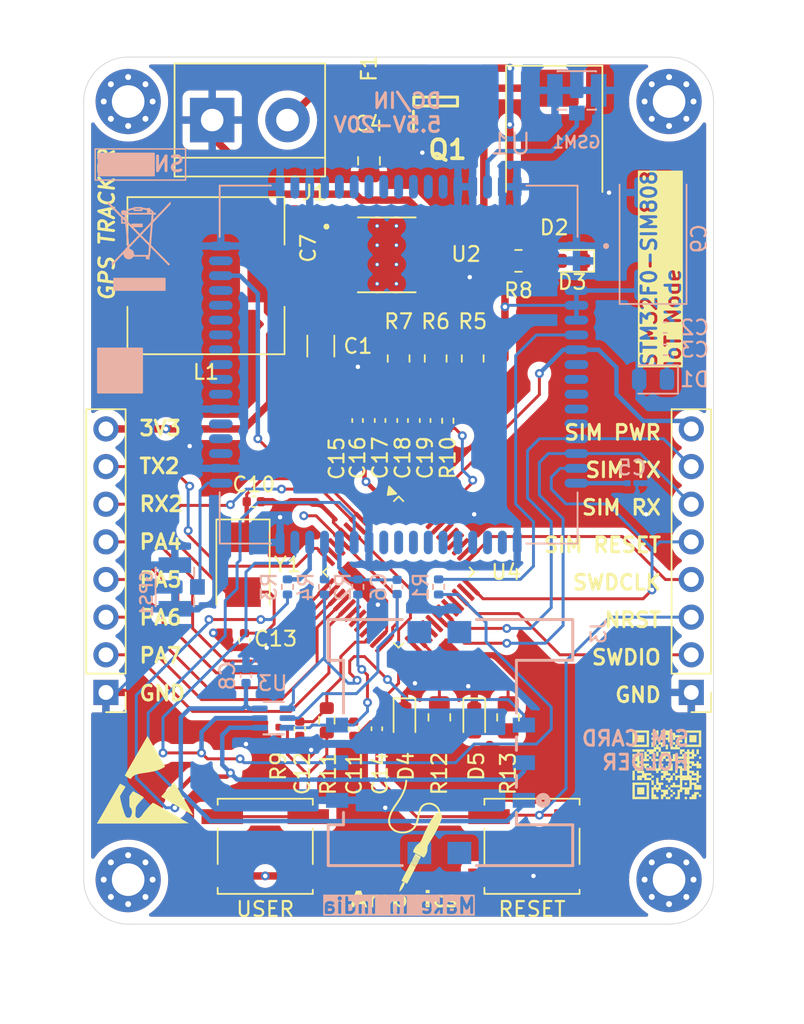
<source format=kicad_pcb>
(kicad_pcb (version 20240108) (generator "pcbnew") (generator_version "8.0")
  (layers (0 "F.Cu" signal) (1 "In1.Cu" signal) (2 "In2.Cu" signal) (31 "B.Cu" signal) (34 "B.Paste" user) (35 "F.Paste" user) (36 "B.SilkS" user "B.Silkscreen") (37 "F.SilkS" user "F.Silkscreen") (38 "B.Mask" user) (39 "F.Mask" user) (44 "Edge.Cuts" user))
  (net 0 "")
  (net 1 "+3.3V")
  (net 2 "GND")
  (net 3 "Net-(Q1-D)")
  (net 4 "Net-(U1-VRTC)")
  (net 5 "Net-(C6-Pad2)")
  (net 6 "SIM_DATA")
  (net 7 "Net-(D2-K)")
  (net 8 "Net-(U2-BOOT)")
  (net 9 "SIM_VDD")
  (net 10 "Net-(U4-PF0)")
  (net 11 "Net-(C11-Pad1)")
  (net 12 "Net-(U4-PB11)")
  (net 13 "Net-(U4-PF1)")
  (net 14 "NRST")
  (net 15 "Net-(D3-A)")
  (net 16 "Net-(D4-A)")
  (net 17 "Net-(D5-A)")
  (net 18 "+12V")
  (net 19 "GPS_ANT")
  (net 20 "GSM_ANT")
  (net 57 "USART2_TX")
  (net 58 "PA6{slash}SPI1_MISO")
  (net 59 "PA7{slash}SPI1_MOSI")
  (net 60 "PA5{slash}SPI1_CLK")
  (net 61 "USART2_RX")
  (net 62 "PA4")
  (net 66 "Net-(J3-I{slash}O)")
  (net 67 "SIM_DET")
  (net 68 "Net-(J3-CLK)")
  (net 70 "Net-(J3-RET)")
  (net 71 "SWDCLK")
  (net 72 "SIM_TX")
  (net 73 "SIM_RESET")
  (net 74 "SIM_RX")
  (net 75 "SIM_PWRKEY")
  (net 76 "SWDIO")
  (net 77 "Net-(Q1-S)")
  (net 78 "Net-(U1-VDD_EXT)")
  (net 79 "SIM_RST")
  (net 80 "SIM_CLK")
  (net 81 "FEEDBACK")
  (net 82 "Net-(R6-Pad2)")
  (net 83 "Net-(U4-BOOT0)")
  (net 84 "LED1")
  (net 85 "LED2")
  (net 106 "STATUS")
  (footprint "Capacitor_SMD:C_1206_3216Metric" (layer "F.Cu") (at 120.25 96.75 -90)
    (property "Reference" "C1")
    (property "Value" "100u")
  )
  (footprint "Resistor_SMD:R_0805_2012Metric" (layer "F.Cu") (at 133.5875 91)
    (property "Reference" "R8")
    (property "Value" "1K5")
  )
  (footprint "Connector_PinHeader_2.54mm:PinHeader_1x08_P2.54mm_Vertical" (layer "F.Cu") (at 145.25 120.12 180)
    (property "Reference" "J4" (hide yes))
    (property "Value" "RIGHT HEADER PINS")
  )
  (footprint "Resistor_SMD:R_0201_0603Metric" (layer "F.Cu") (at 117.386 122.78 -90)
    (property "Reference" "R9")
    (property "Value" "100K")
  )
  (footprint "LIB_AO3407A:SOT95P280X125-3N" (layer "F.Cu") (at 128 80.25 90)
    (property "Reference" "Q1")
    (property "Value" "AO3407A" (hide yes))
  )
  (footprint "Resistor_SMD:R_0805_2012Metric" (layer "F.Cu") (at 132.886 121.8 90)
    (property "Reference" "R13")
    (property "Value" "1k5")
  )
  (footprint "Capacitor_SMD:C_0402_1005Metric" (layer "F.Cu") (at 125.77 101.77 90)
    (property "Reference" "C18")
    (property "Value" "100n")
  )
  (footprint "Capacitor_SMD:C_0402_1005Metric" (layer "F.Cu") (at 122.73 101.77 90)
    (property "Reference" "C16")
    (property "Value" "100n")
  )
  (footprint "Capacitor_SMD:C_0805_2012Metric" (layer "F.Cu") (at 123.5 84.25 -90)
    (property "Reference" "C4")
    (property "Value" "10u")
  )
  (footprint "LED_SMD:LED_0603_1608Metric" (layer "F.Cu") (at 125.896 122 -90)
    (property "Reference" "D4")
    (property "Value" "LED")
  )
  (footprint "Inductor_SMD:L_10.4x10.4_H4.8" (layer "F.Cu") (at 112.5 92)
    (property "Reference" "L1")
    (property "Value" "15uH")
  )
  (footprint "Button_Switch_SMD:SW_Push_1P1T_NO_CK_KSC6xxJ" (layer "F.Cu") (at 134.5 130.5)
    (property "Reference" "RESET")
    (property "Value" "SW_Push")
  )
  (footprint "Capacitor_SMD:C_0402_1005Metric" (layer "F.Cu") (at 124.032 122.57 -90)
    (property "Reference" "C14")
    (property "Value" "100n")
  )
  (footprint "Fuse:Fuse_0402_1005Metric" (layer "F.Cu") (at 123.5 80 -90)
    (property "Reference" "F1")
    (property "Value" "Fuse 2.5A")
  )
  (footprint "Resistor_SMD:R_0603_1608Metric" (layer "F.Cu") (at 120.654 122 -90)
    (property "Reference" "R11")
    (property "Value" "1K")
  )
  (footprint "Resistor_SMD:R_0805_2012Metric" (layer "F.Cu") (at 130.5 97.5875 -90)
    (property "Reference" "R5")
    (property "Value" "8K2")
  )
  (footprint "Resistor_SMD:R_0805_2012Metric" (layer "F.Cu") (at 128 97.5875 -90)
    (property "Reference" "R6")
    (property "Value" "1K5")
  )
  (footprint "MountingHole:MountingHole_2.2mm_M2_Pad_Via" (layer "F.Cu") (at 107.25 132.75)
    (property "Reference" "H3" (hide yes))
    (property "Value" "MountingHole_Pad")
  )
  (footprint "Capacitor_SMD:C_0201_0603Metric" (layer "F.Cu") (at 119.4 88.4 90)
    (property "Reference" "C7")
    (property "Value" "10n")
  )
  (footprint "Resistor_SMD:R_0805_2012Metric" (layer "F.Cu") (at 125.5 97.5875 90)
    (property "Reference" "R7")
    (property "Value" "2K7")
  )
  (footprint "Symbol:ESD-Logo_6.6x6mm_SilkScreen" (layer "F.Cu") (at 108.4 126)
    (property "Reference" "REF**" (hide yes))
    (property "Value" "ESD-Logo_6.6x6mm_SilkScreen" (hide yes))
  )
  (footprint "LED_SMD:LED_0603_1608Metric" (layer "F.Cu") (at 137.2125 91 180)
    (property "Reference" "D3")
    (property "Value" "LED")
  )
  (footprint "qr.preety:ampnics_qr_6x6mm" (layer "F.Cu") (at 143.6 125)
    (property "Reference" "G***" (hide yes))
    (property "Value" "LOGO" (hide yes))
  )
  (footprint "Capacitor_SMD:C_0402_1005Metric" (layer "F.Cu") (at 118.83 122.57 -90)
    (property "Reference" "C12")
    (property "Value" "100n")
  )
  (footprint "Capacitor_SMD:C_0402_1005Metric" (layer "F.Cu") (at 124.25 101.77 90)
    (property "Reference" "C17")
    (property "Value" "100n")
  )
  (footprint "LED_SMD:LED_0603_1608Metric" (layer "F.Cu") (at 130.604 122 -90)
    (property "Reference" "D5")
    (property "Value" "LED")
  )
  (footprint "Button_Switch_SMD:SW_Push_1P1T_NO_CK_KSC6xxJ" (layer "F.Cu") (at 116.5 130.5)
    (property "Reference" "USER")
    (property "Value" "SW_Push")
  )
  (footprint "MountingHole:MountingHole_2.2mm_M2_Pad_Via" (layer "F.Cu") (at 143.75 80.25)
    (property "Reference" "H1" (hide yes))
    (property "Value" "MountingHole_Pad")
  )
  (footprint "MountingHole:MountingHole_2.2mm_M2_Pad_Via" (layer "F.Cu") (at 143.75 132.75)
    (property "Reference" "H2" (hide yes))
    (property "Value" "MountingHole_Pad")
  )
  (footprint "Diode_SMD:D_SMC" (layer "F.Cu") (at 136 82.75 -90)
    (property "Reference" "D2")
    (property "Value" "B340")
  )
  (footprint "TerminalBlock:TerminalBlock_bornier-2_P5.08mm" (layer "F.Cu") (at 112.92 81.5)
    (property "Reference" "J1")
    (property "Value" "Screw_Terminal_01x02")
  )
  (footprint "MountingHole:MountingHole_2.2mm_M2_Pad_Via" (layer "F.Cu") (at 107.25 80.25)
    (property "Reference" "H4" (hide yes))
    (property "Value" "MountingHole_Pad")
  )
  (footprint "TPS5430DDA:VREG_LM5017MR_NOPB" (layer "F.Cu") (at 124.7 90.595)
    (property "Reference" "U2")
    (property "Value" "TPS5430DDA")
  )
  (footprint "Capacitor_SMD:C_0201_0603Metric" (layer "F.Cu") (at 121.32 101.56 90)
    (property "Reference" "C15")
    (property "Value" "4u7")
  )
  (footprint "Package_QFP:LQFP-48_7x7mm_P0.5mm" (layer "F.Cu") (at 125.5 112 -45)
    (property "Reference" "U4")
    (property "Value" "STM32F030C8Tx")
  )
  (footprint "Capacitor_SMD:C_0402_1005Metric" (layer "F.Cu") (at 115.73 107.25)
    (property "Reference" "C10")
    (property "Value" "30p")
  )
  (footprint "Resistor_SMD:R_0402_1005Metric" (layer "F.Cu") (at 128.82 101.79 -90)
    (property "Reference" "R10")
    (property "Value" "10k")
  )
  (footprint "logo.preety:amplogoV1" (layer "F.Cu") (at 126.6 129.8)
    (property "Reference" "G***" (hide yes))
    (property "Value" "LOGO" (hide yes))
  )
  (footprint "Capacitor_SMD:C_0402_1005Metric" (layer "F.Cu") (at 122.478 122.57 -90)
    (property "Reference" "C11")
    (property "Value" "10p")
  )
  (footprint "Capacitor_SMD:C_0402_1005Metric" (layer "F.Cu") (at 115.1 116.6 -90)
    (property "Reference" "C13")
    (property "Value" "30p")
  )
  (footprint "Connector_PinHeader_2.54mm:PinHeader_1x08_P2.54mm_Vertical" (layer "F.Cu") (at 105.75 120.12 180)
    (property "Reference" "J2" (hide yes))
    (property "Value" "LEFT HEADER PINS")
  )
  (footprint "Resistor_SMD:R_0805_2012Metric" (layer "F.Cu") (at 128.25 121.8 90)
    (property "Reference" "R12")
    (property "Value" "1k5")
  )
  (footprint "Crystal:Crystal_SMD_5032-2Pin_5.0x3.2mm" (layer "F.Cu") (at 115 111.5 -90)
    (property "Reference" "Y1")
    (property "Value" "8MHz")
  )
  (footprint "Capacitor_SMD:C_0402_1005Metric" (layer "F.Cu") (at 127.29 101.77 90)
    (property "Reference" "C19")
    (property "Value" "100n")
  )
  (footprint "Diode_SMD:D_0805_2012Metric" (layer "B.Cu") (at 142.67 99 180)
    (property "Reference" "D1")
    (property "Value" "D_Zener")
  )
  (footprint "SMF05CT1G:SOT65P210X110-6N" (layer "B.Cu") (at 117.065 121.85 180)
    (property "Reference" "U3")
    (property "Value" "SMF05CT1G")
  )
  (footprint "U.FL-R-SMT-1:U.FL-R-SMT-1" (layer "B.Cu") (at 110.4 113 -90)
    (property "Reference" "GPS1")
    (property "Value" "U.FL-R-SMT-1")
  )
  (footprint "Capacitor_SMD:C_0402_1005Metric" (layer "B.Cu") (at 143.48 97 180)
    (property "Reference" "C3")
    (property "Value" "10p")
  )
  (footprint "Capacitor_SMD:C_0402_1005Metric" (layer "B.Cu") (at 125.4 113 -90)
    (property "Reference" "C6")
    (property "Value" "22p")
  )
  (footprint "Capacitor_Tantalum_SMD:CP_EIA-7343-15_Kemet-W" (layer "B.Cu") (at 142.67 89.5 90)
    (property "Reference" "C9")
    (property "Value" "220u")
  )
  (footprint "U.FL-R-SMT-1:U.FL-R-SMT-1" (layer "B.Cu") (at 137.525 79.5 180)
    (property "Reference" "GSM1")
    (property "Value" "U.FL-R-SMT-1")
  )
  (footprint "Capacitor_SMD:C_0402_1005Metric" (layer "B.Cu") (at 143.48 95.5 180)
    (property "Reference" "C2")
    (property "Value" "33p")
  )
  (footprint "Capacitor_SMD:C_0402_1005Metric" (layer "B.Cu") (at 115.2 119 -90)
    (property "Reference" "C8")
    (property "Value" "1u")
  )
  (footprint "Resistor_SMD:R_0402_1005Metric" (layer "B.Cu") (at 118 113 90)
    (property "Reference" "R3")
    (property "Value" "10k")
  )
  (footprint "Symbol:WEEE-Logo_4.2x6mm_SilkScreen" (layer "B.Cu") (at 108 90 180)
    (property "Reference" "REF**" (hide yes))
    (property "Value" "WEEE-Logo_4.2x6mm_SilkScreen" (hide yes))
  )
  (footprint "Resistor_SMD:R_0402_1005Metric" (layer "B.Cu") (at 128.2 113 90)
    (property "Reference" "R1")
    (property "Value" "4K7")
  )
  (footprint "SIM808:XCVR_SIM808" (layer "B.Cu") (at 125.5 98 180)
    (property "Reference" "U1")
    (property "Value" "SIM808")
  )
  (footprint "Resistor_SMD:R_0402_1005Metric" (layer "B.Cu") (at 122.75 113 90)
    (property "Reference" "R2")
    (property "Value" "10k")
  )
  (footprint "Resistor_SMD:R_0402_1005Metric" (layer "B.Cu") (at 120.5 113 90)
    (property "Reference" "R4")
    (property "Value" "10k")
  )
  (footprint "Capacitor_SMD:C_0201_0603Metric" (layer "B.Cu") (at 141.25 106 180)
    (property "Reference" "C5")
    (property "Value" "4u7")
  )
  (footprint "693010020611:693010020611" (layer "B.Cu") (at 129 123.5 90)
    (property "Reference" "J3")
    (property "Value" "693010020611")
    (property "VALUE" "693010020611" (hide yes))
  )
  (gr_rect (start 105.25 83.75) (end 109 85.25) (stroke (width 0.1)) (fill solid) (layer "B.SilkS"))
  (gr_rect (start 105.025 83.45) (end 111.125 85.55) (stroke (width 0.1)) (fill none) (layer "B.SilkS"))
  (gr_rect (start 105.2 96.9) (end 108.2 99.9) (stroke (width 0.1)) (fill solid) (layer "B.SilkS"))
  (gr_line (start 104.25 132.75) (end 104.25 80.25) (stroke (width 0.05)) (layer "Edge.Cuts"))
  (gr_arc (start 104.25 80.25) (mid 105.12868 78.12868) (end 107.25 77.25) (stroke (width 0.05)) (layer "Edge.Cuts"))
  (gr_line (start 143.75 135.75) (end 107.25 135.75) (stroke (width 0.05)) (layer "Edge.Cuts"))
  (gr_arc (start 146.75 132.75) (mid 145.87132 134.87132) (end 143.75 135.75) (stroke (width 0.05)) (layer "Edge.Cuts"))
  (gr_arc (start 107.25 135.75) (mid 105.12868 134.87132) (end 104.25 132.75) (stroke (width 0.05)) (layer "Edge.Cuts"))
  (gr_line (start 146.75 80.25) (end 146.75 132.75) (stroke (width 0.05)) (layer "Edge.Cuts"))
  (gr_arc (start 143.75 77.25) (mid 145.87132 78.12868) (end 146.75 80.25) (stroke (width 0.05)) (layer "Edge.Cuts"))
  (gr_line (start 107.25 77.25) (end 143.75 77.25) (stroke (width 0.05)) (layer "Edge.Cuts"))
  (gr_text "DC/IN \n5.5V-20V" (at 128.5 82.4 -0) (layer "B.SilkS") (effects (font (size 1 1) (thickness 0.2) (bold yes)) (justify left bottom mirror)))
  (gr_text "SIM CARD \nHOLDER" (at 145.201576 125.419306 -0) (layer "B.SilkS") (effects (font (size 1 1) (thickness 0.2) (bold yes)) (justify left bottom mirror)))
  (gr_text "Make In India" (at 130.8 135.1 -0) (layer "B.SilkS" knockout) (effects (font (size 1 1) (thickness 0.2) (bold yes)) (justify left bottom mirror)))
  (gr_text "SN" (at 111.125 85.05 -0) (layer "B.SilkS") (effects (font (size 1 1) (thickness 0.2) (bold yes)) (justify left bottom mirror)))
  (gr_text "SWDIO" (at 138.428572 118.342855 0) (layer "F.SilkS") (effects (font (size 1 1) (thickness 0.2) (bold yes)) (justify left bottom)))
  (gr_text "SIM TX" (at 138 105.7 0) (layer "F.SilkS") (effects (font (size 1 1) (thickness 0.2) (bold yes)) (justify left bottom)))
  (gr_text "PA6" (at 107.9 115.655 0) (layer "F.SilkS") (effects (font (size 1 1) (thickness 0.2) (bold yes)) (justify left bottom)))
  (gr_text "SIM RESET\n" (at 135.190476 110.757142 0) (layer "F.SilkS") (effects (font (size 1 1) (thickness 0.2) (bold yes)) (justify left bottom)))
  (gr_text "PA7" (at 107.9 118.21 0) (layer "F.SilkS") (effects (font (size 1 1) (thickness 0.2) (bold yes)) (justify left bottom)))
  (gr_text "STM32F0-SIM808 \nIoT Node" (at 144.6 98.3 90) (layer "F.SilkS" knockout) (effects (font (size 1 1) (thickness 0.2) (bold yes)) (justify left bottom)))
  (gr_text "PA4" (at 107.9 110.545 0) (layer "F.SilkS") (effects (font (size 1 1) (thickness 0.2) (bold yes)) (justify left bottom)))
  (gr_text "Ampnics" (at 122.2 134.8 0) (layer "F.SilkS") (effects (font (size 1.1 1.1) (thickness 0.22) (bold yes)) (justify left bottom)))
  (gr_text "PA5" (at 107.9 113.1 0) (layer "F.SilkS") (effects (font (size 1 1) (thickness 0.2) (bold yes)) (justify left bottom)))
  (gr_text "RX2" (at 107.9 107.99 0) (layer "F.SilkS") (effects (font (size 1 1) (thickness 0.2) (bold yes)) (justify left bottom)))
  (gr_text "TX2" (at 107.9 105.435 0) (layer "F.SilkS") (effects (font (size 1 1) (thickness 0.2) (bold yes)) (justify left bottom)))
  (gr_text "SIM PWR" (at 136.571429 103.171429 0) (layer "F.SilkS") (effects (font (size 1 1) (thickness 0.2) (bold yes)) (justify left bottom)))
  (gr_text "SIM RX" (at 137.761905 108.228571 0) (layer "F.SilkS") (effects (font (size 1 1) (thickness 0.2) (bold yes)) (justify left bottom)))
  (gr_text "GND" (at 140 120.871429 0) (layer "F.SilkS") (effects (font (size 1 1) (thickness 0.2) (bold yes)) (justify left bottom)))
  (gr_text "3V3" (at 107.9 102.88 0) (layer "F.SilkS") (effects (font (size 1 1) (thickness 0.2) (bold yes)) (justify left bottom)))
  (gr_text "SWDCLK\n" (at 137.142857 113.285713 0) (layer "F.SilkS") (effects (font (size 1 1) (thickness 0.2) (bold yes)) (justify left bottom)))
  (gr_text "GPS TRACKER" (at 106.4 93.8 90) (layer "F.SilkS") (effects (font (size 1 1) (thickness 0.2) (bold yes) (italic yes)) (justify left bottom)))
  (gr_text "GND" (at 107.9 120.765 0) (layer "F.SilkS") (effects (font (size 1 1) (thickness 0.2) (bold yes)) (justify left bottom)))
  (gr_text "NRST" (at 139.285714 115.814284 0) (layer "F.SilkS") (effects (font (size 1 1) (thickness 0.2) (bold yes)) (justify left bottom)))
  (segment (start 132.675 97.575) (end 132.675 94.1) (width 0.5) (layer "F.Cu") (net 1))
  (segment (start 125.4 113.667766) (end 121.672785 109.940551) (width 0.2) (layer "F.Cu") (net 1))
  (segment (start 119.932234 108.2) (end 121.672785 109.940551) (width 0.2) (layer "F.Cu") (net 1))
  (segment (start 124.501212 116.887876) (end 125.1 116.289088) (width 0.2) (layer "F.Cu") (net 1))
  (segment (start 125.1 115.734314) (end 125.4 115.434314) (width 0.2) (layer "F.Cu") (net 1))
  (segment (start 121.5 102.25) (end 122.73 102.25) (width 0.2) (layer "F.Cu") (net 1))
  (segment (start 125.1 116.289088) (end 125.1 115.734314) (width 0.2) (layer "F.Cu") (net 1))
  (segment (start 116.8 100.6) (end 116.8 96) (width 0.5) (layer "F.Cu") (net 1))
  (segment (start 123.3 105.9) (end 123.2 105.8) (width 0.3) (layer "F.Cu") (net 1))
  (segment (start 131.75 98.5) (end 132.675 97.575) (width 0.5) (layer "F.Cu") (net 1))
  (segment (start 123.2 105.8) (end 123.2 104.25) (width 0.3) (layer "F.Cu") (net 1))
  (segment (start 115.06 102.34) (end 116.8 100.6) (width 0.5) (layer "F.Cu") (net 1))
  (segment (start 124.501212 107.101212) (end 123.3 105.9) (width 0.3) (layer "F.Cu") (net 1))
  (segment (start 130.5 98.5) (end 131.75 98.5) (width 0.5) (layer "F.Cu") (net 1))
  (segment (start 124.501212 107.112124) (end 124.501212 107.101212) (width 0.3) (layer "F.Cu") (net 1))
  (segment (start 109.8 102.34) (end 115.06 102.34) (width 0.5) (layer "F.Cu") (net 1))
  (segment (start 132.675 94.1) (end 132.675 91) (width 0.5) (layer "F.Cu") (net 1))
  (segment (start 125.189088 107.8) (end 124.501212 107.112124) (width 0.3) (layer "F.Cu") (net 1))
  (segment (start 117.525 95.275) (end 116.65 94.4) (width 0.5) (layer "F.Cu") (net 1))
  (segment (start 121.2 102.25) (end 122.73 102.25) (width 0.5) (layer "F.Cu") (net 1))
  (segment (start 123.2 104.25) (end 121.2 102.25) (width 0.3) (layer "F.Cu") (net 1))
  (segment (start 126.498788 107.112124) (end 126.487876 107.112124) (width 0.3) (layer "F.Cu") (net 1))
  (segment (start 116.5 132.5) (end 119.4 132.5) (width 0.5) (layer "F.Cu") (net 1))
  (segment (start 116.8 100.6) (end 118.45 102.25) (width 0.5) (layer "F.Cu") (net 1))
  (segment (start 116.8 96) (end 117.525 95.275) (width 0.5) (layer "F.Cu") (net 1))
  (segment (start 125.4 115.434314) (end 125.4 113.667766) (width 0.2) (layer "F.Cu") (net 1))
  (segment (start 118.45 102.25) (end 121.2 102.25) (width 0.5) (layer "F.Cu") (net 1))
  (segment (start 126.487876 107.112124) (end 125.8 107.8) (width 0.3) (layer "F.Cu") (net 1))
  (segment (start 121.32 102.07) (end 121.5 102.25) (width 0.2) (layer "F.Cu") (net 1))
  (segment (start 125.8 107.8) (end 125.189088 107.8) (width 0.3) (layer "F.Cu") (net 1))
  (segment (start 105.75 102.34) (end 109.8 102.34) (width 0.5) (layer "F.Cu") (net 1))
  (segment (start 120.25 95.275) (end 117.525 95.275) (width 0.5) (layer "F.Cu") (net 1))
  (segment (start 113.6 132.5) (end 116.5 132.5) (width 0.5) (layer "F.Cu") (net 1))
  (segment (start 121.32 101.88) (end 121.32 102.07) (width 0.2) (layer "F.Cu") (net 1))
  (segment (start 119.1 108.2) (end 119.932234 108.2) (width 0.2) (layer "F.Cu") (net 1))
  (segment (start 116.65 94.4) (end 116.65 92) (width 0.5) (layer "F.Cu") (net 1))
  (segment (start 127.29 102.25) (end 122.73 102.25) (width 0.5) (layer "F.Cu") (net 1))
  (via (at 109.8 102.34) (size 0.6) (drill 0.3) (layers "F.Cu" "B.Cu") (net 1))
  (via (at 123.3 105.9) (size 0.6) (drill 0.3) (layers "F.Cu" "B.Cu") (net 1))
  (via (at 119.1 108.2) (size 0.6) (drill 0.3) (layers "F.Cu" "B.Cu") (net 1))
  (via (at 132.675 94.1) (size 0.6) (drill 0.3) (layers "F.Cu" "B.Cu") (net 1))
  (via (at 116.5 132.5) (size 0.6) (drill 0.3) (layers "F.Cu" "B.Cu") (net 1))
  (segment (start 137.5 94) (end 132.775 94) (width 0.2) (layer "B.Cu") (net 1))
  (segment (start 143.96 95.5) (end 143.96 95.04) (width 0.3) (layer "B.Cu") (net 1))
  (segment (start 137.5 95) (end 137.5 93) (width 0.3) (layer "B.Cu") (net 1))
  (segment (start 132.775 94) (end 132.675 94.1) (width 0.2) (layer "B.Cu") (net 1))
  (segment (start 143.6075 98.1125) (end 143.96 97.76) (width 0.3) (layer "B.Cu") (net 1))
  (segment (start 143.6075 99) (end 143.6075 98.1125) (width 0.3) (layer "B.Cu") (net 1))
  (segment (start 142.67 93.75) (end 142.67 92.6125) (width 0.3) (layer "B.Cu") (net 1))
  (segment (start 143.96 97.76) (end 143.96 97) (width 0.3) (layer "B.Cu") (net 1))
  (segment (start 142.2825 93) (end 142.67 92.6125) (width 0.3) (layer "B.Cu") (net 1))
  (segment (start 143.96 95.04) (end 142.67 93.75) (width 0.3) (layer "B.Cu") (net 1))
  (segment (start 137.5 93) (end 142.2825 93) (width 0.3) (layer "B.Cu") (net 1))
  (segment (start 143.96 97) (end 143.96 95.5) (width 0.3) (layer "B.Cu") (net 1))
  (segment (start 124.147658 116.534322) (end 124.692066 115.989914) (width 0.2) (layer "F.Cu") (net 2))
  (segment (start 121.32 101.24) (end 121.32 100.52) (width 0.3) (layer "F.Cu") (net 2))
  (segment (start 130.604 120.104) (end 130.2 119.7) (width 0.2) (layer "F.Cu") (net 2))
  (segment (start 127.6 104.9) (end 128.2 104.3) (width 0.2) (layer "F.Cu") (net 2))
  (segment (start 124.3 128.2) (end 124.6 127.9) (width 0.5) (layer "F.Cu") (net 2))
  (segment (start 112.92 81.5) (end 112.92 82.62) (width 0.5) (layer "F.Cu") (net 2))
  (segment (start 117.2 123.1) (end 116.5 123.8) (width 0.2) (layer "F.Cu") (net 2))
  (segment (start 138 88.15) (end 136 86.15) (width 0.5) (layer "F.Cu") (net 2))
  (segment (start 138 91) (end 138 88.15) (width 0.5) (layer "F.Cu") (net 2))
  (segment (start 128.2 104.3) (end 129.6 104.3) (width 0.2) (layer "F.Cu") (net 2))
  (segment (start 122.675 98.225) (end 120.25 98.225) (width 0.3) (layer "F.Cu") (net 2))
  (segment (start 116.5 123.8) (end 115.4 123.8) (width 0.2) (layer "F.Cu") (net 2))
  (segment (start 120.25 99.45) (end 120.25 98.225) (width 0.3) (layer "F.Cu") (net 2))
  (segment (start 127.05 83.85) (end 127.05 81.5) (width 0.3) (layer "F.Cu") (net 2))
  (segment (start 118.4 107.4) (end 120.2 107.4) (width 0.2) (layer "F.Cu") (net 2))
  (segment (start 115.5 85.2) (end 123.5 85.2) (width 0.5) (layer "F.Cu") (net 2))
  (segment (start 125.5 96.675) (end 124.225 96.675) (width 0.3) (layer "F.Cu") (net 2))
  (segment (start 121.32 101.24) (end 127.24 101.24) (width 0.3) (layer "F.Cu") (net 2))
  (segment (start 124.692066 115.989914) (end 124.692066 114.792066) (width 0.2) (layer "F.Cu") (net 2))
  (segment (start 119.6 124) (end 118.83 123.23) (width 0.2) (layer "F.Cu") (net 2))
  (segment (start 121.32 100.52) (end 120.25 99.45) (width 0.3) (layer "F.Cu") (net 2))
  (segment (start 117.5 108.3) (end 118.4 107.4) (width 0.2) (layer "F.Cu") (net 2))
  (segment (start 130.604 121.2125) (end 130.604 120.104) (width 0.2) (layer "F.Cu") (net 2))
  (segment (start 134.6 132.5) (end 137.4 132.5) (width 0.5) (layer "F.Cu") (net 2))
  (segment (start 122.65 123.05) (end 122.478 123.05) (width 0.2) (layer "F.Cu") (net 2))
  (segment (start 127.24 101.24) (end 127.29 101.29) (width 0.3) (layer "F.Cu") (net 2))
  (segment (start 122.026338 109.586998) (end 121.1 108.66066) (width 0.2) (layer "F.Cu") (net 2))
  (segment (start 131.6 132.5) (end 125.1 132.5) (width 0.5) (layer "F.Cu") (net 2))
  (segment (start 123.61 122.09) (end 122.65 123.05) (width 0.2) (layer "F.Cu") (net 2))
  (segment (start 127.3 101.28) (end 127.29 101.29) (width 0.3) (layer "F.Cu") (net 2))
  (segment (start 123.5 85.2) (end 125.7 85.2) (width 0.3) (layer "F.Cu") (net 2))
  (segment (start 127.4 91.23) (end 129.43 91.23) (width 0.5) (layer "F.Cu") (net 2))
  (segment (start 127.4 91.23) (end 126.183528 91.23) (width 0.5) (layer "F.Cu") (net 2))
  (segment (start 124.692066 114.792066) (end 124.1 114.2) (width 0.2) (layer "F.Cu") (net 2))
  (segment (start 139.45 86.15) (end 139.7 86.4) (width 0.5) (layer "F.Cu") (net 2))
  (segment (start 124.3 131.7) (end 124.3 128.2) (width 0.5) (layer "F.Cu") (net 2))
  (segment (start 129.6 104.3) (end 130.8 103.1) (width 0.2) (layer "F.Cu") (net 2))
  (segment (start 112.92 82.62) (end 115.5 85.2) (width 0.5) (layer "F.Cu") (net 2))
  (segment (start 136 86.15) (end 139.45 86.15) (width 0.5) (layer "F.Cu") (net 2))
  (segment (start 117.386 123.1) (end 117.2 123.1) (width 0.2) (layer "F.Cu") (net 2))
  (segment (start 120.2 107.4) (end 121.1 108.3) (width 0.2) (layer "F.Cu") (net 2))
  (segment (start 115.4 123.8) (end 115.2 123.6) (width 0.2) (layer "F.Cu") (net 2))
  (segment (start 124.225 96.675) (end 122.75 98.15) (width 0.3) (layer "F.Cu") (net 2))
  (segment (start 125.1 132.5) (end 124.3 131.7) (width 0.5) (layer "F.Cu") (net 2))
  (segment (start 128.82 101.28) (end 127.3 101.28) (width 0.3) (layer "F.Cu") (net 2))
  (segment (start 127.6 106.71802) (end 127.6 104.9) (width 0.2) (layer "F.Cu") (net 2))
  (segment (start 129.98 101.28) (end 128.82 101.28) (width 0.2) (layer "F.Cu") (net 2))
  (segment (start 125.548528 90.595) (end 124.7 90.595) (width 0.5) (layer "F.Cu") (net 2))
  (segment (start 131.6 132.5) (end 134.6 132.5) (width 0.5) (layer "F.Cu") (net 2))
  (segment (start 126.183528 91.23) (end 125.548528 90.595) (width 0.5) (layer "F.Cu") (net 2))
  (segment (start 125.896 121.2125) (end 125.896 120.204) (width 0.2) (layer "F.Cu") (net 2))
  (segment (start 115.1 117.08) (end 113.98 117.08) (width 0.2) (layer "F.Cu") (net 2))
  (segment (start 122.75 98.15) (end 122.675 98.225) (width 0.3) (layer "F.Cu") (net 2))
  (segment (start 121.1 108.66066) (end 121.1 108.3) (width 0.2) (layer "F.Cu") (net 2))
  (segment (start 130.8 103.1) (end 130.8 102.1) (width 0.2) (layer "F.Cu") (net 2))
  (segment (start 125.7 85.2) (end 127.05 83.85) (width 0.3) (layer "F.Cu") (net 2))
  (segment (start 129.43 91.23) (end 130.3 92.1) (width 0.5) (layer "F.Cu") (net 2))
  (segment (start 125.896 120.204) (end 126.6 119.5) (width 0.2) (layer "F.Cu") (net 2))
  (segment (start 113.98 117.08) (end 113 116.1) (width 0.2) (layer "F.Cu") (net 2))
  (segment (start 130.8 102.1) (end 129.98 101.28) (width 0.2) (layer "F.Cu") (net 2))
  (segment (start 118.83 123.23) (end 118.83 123.05) (width 0.2) (layer "F.Cu") (net 2))
  (segment (start 126.852342 107.465678) (end 127.6 106.71802) (width 0.2) (layer "F.Cu") (net 2))
  (segment (start 124.032 122.09) (end 123.61 122.09) (width 0.2) (layer "F.Cu") (net 2))
  (via (at 124.6 127.9) (size 0.6) (drill 0.3) (layers "F.Cu" "B.Cu") (net 2))
  (via (at 127.1 83.7) (size 0.6) (drill 0.3) (layers "F.Cu" "B.Cu") (net 2))
  (via (at 119.6 124) (size 0.6) (drill 0.3) (layers "F.Cu" "B.Cu") (net 2))
  (via (at 126.6 119.5) (size 0.6) (drill 0.3) (layers "F.Cu" "B.Cu") (net 2))
  (via (at 124.1 114.2) (size 0.6) (drill 0.3) (layers "F.Cu" "B.Cu") (net 2))
  (via (at 116.6 117.1) (size 0.6) (drill 0.3) (layers "F.Cu" "B.Cu") (net 2))
  (via (at 130.2 119.7) (size 0.6) (drill 0.3) (layers "F.Cu" "B.Cu") (net 2))
  (via (at 130.6 108.1) (size 0.6) (drill 0.3) (layers "F.Cu" "B.Cu") (net 2))
  (via (at 122.75 98.15) (size 0.6) (drill 0.3) (layers "F.Cu" "B.Cu") (net 2))
  (via (at 142.2 108.1) (size 0.6) (drill 0.3) (layers "F.Cu" "B.Cu") (net 2))
  (via (at 115.2 123.6) (size 0.6) (drill 0.3) (layers "F.Cu" "B.Cu") (net 2))
  (via (at 117.5 108.3) (size 0.6) (drill 0.3) (layers "F.Cu" "B.Cu") (net 2))
  (via (at 139.7 86.4) (size 0.6) (drill 0.3) (layers "F.Cu" "B.Cu") (net 2))
  (via (at 130.3 92.1) (size 0.6) (drill 0.3) (layers "F.Cu" "B.Cu") (net 2))
  (via (at 134.6 132.5) (size 0.6) (drill 0.3) (layers "F.Cu" "B.Cu") (net 2))
  (via (at 111.4 103.5) (size 0.6) (drill 0.3) (layers "F.Cu" "B.Cu") (net 2))
  (via (at 113 116.1) (size 0.6) (drill 0.3) (layers "F.Cu" "B.Cu") (net 2))
  (segment (start 129.5 86) (end 130.5 86) (width 0.2) (layer "B.Cu") (net 2))
  (segment (start 133.5 87.3) (end 133.5 86) (width 0.2) (layer "B.Cu") (net 2))
  (segment (start 139.7 86.4) (end 139 85.7) (width 0.2) (layer "B.Cu") (net 2))
  (segment (start 141.7325 99.8325) (end 142.5 100.6) (width 0.2) (layer "B.Cu") (net 2))
  (segment (start 133.5 109.1) (end 132.5 108.1) (width 0.2) (layer "B.Cu") (net 2))
  (segment (start 129.9 108.1) (end 127.4 105.6) (width 0.2) (layer "B.Cu") (net 2))
  (segment (start 137.5 88.6) (end 139.7 86.4) (width 0.2) (layer "B.Cu") (net 2))
  (segment (start 130.3 92.1) (end 129.5 91.3) (width 0.5) (layer "B.Cu") (net 2))
  (segment (start 133.4 90.6) (end 133.4 89) (width 0.2) (layer "B.Cu") (net 2))
  (segment (start 117.5 108.3) (end 117.5 108.2) (width 0.2) (layer "B.Cu") (net 2))
  (segment (start 105.75 120.12) (end 106.48 120.12) (width 0.2) (layer "B.Cu") (net 2))
  (segment (start 117.5 110) (end 117.5 108.3) (width 0.2) (layer "B.Cu") (net 2))
  (segment (start 134.8 92) (end 133.4 90.6) (width 0.2) (layer "B.Cu") (net 2))
  (segment (start 113.5 87.3) (end 114.8 86) (width 0.2) (layer "B.Cu") (net 2))
  (segment (start 145.2 100) (end 145.2 88.9175) (width 0.2) (layer "B.Cu") (net 2))
  (segment (start 116.6 117.1) (end 116.6 117.12) (width 0.2) (layer "B.Cu") (net 2))
  (segment (start 141.57 107.47) (end 142.2 108.1) (width 0.2) (layer "B.Cu") (net 2))
  (segment (start 141.7325 99) (end 141.7325 98.2675) (width 0.2) (layer "B.Cu") (net 2))
  (segment (start 142.5 100.6) (end 144.6 100.6) (width 0.2) (layer "B.Cu") (net 2))
  (segment (start 139 85.7) (end 139 79.5) (width 0.2) (layer "B.Cu") (net 2))
  (segment (start 129.5 91.3) (end 129.5 86) (width 0.5) (layer "B.Cu") (net 2))
  (segment (start 110.4 114.475) (end 110.4 111.525) (width 0.2) (layer "B.Cu") (net 2))
  (segment (start 137.5 92) (end 134.8 92) (width 0.2) (layer "B.Cu") (net 2))
  (segment (start 132.5 108.1) (end 130.6 108.1) (width 0.2) (layer "B.Cu") (net 2))
  (segment (start 132.6 88.2) (end 133.5 87.3) (width 0.2) (layer "B.Cu") (net 2))
  (segment (start 110.4 116.2) (end 110.4 114.475) (width 0.2) (layer "B.Cu") (net 2))
  (segment (start 111.4 103.5) (end 111.4 104.2) (width 0.2) (layer "B.Cu") (net 2))
  (segment (start 117.5 87.6) (end 117.5 86) (width 0.2) (layer "B.Cu") (net 2))
  (segment (start 137.5 90) (end 137.5 88.6) (width 0.2) (layer "B.Cu") (net 2))
  (segment (start 141.7325 99) (end 141.7325 99.8325) (width 0.2) (layer "B.Cu") (net 2))
  (segment (start 129 84.4) (end 128.3 83.7) (width 0.2) (layer "B.Cu") (net 2))
  (segment (start 128.3 83.7) (end 127.1 83.7) (width 0.2) (layer "B.Cu") (net 2))
  (segment (start 133.5 110) (end 133.5 109.1) (width 0.2) (layer "B.Cu") (net 2))
  (segment (start 132.5 86) (end 133.5 86) (width 0.2) (layer "B.Cu") (net 2))
  (segment (start 125.2 105.6) (end 123.5 107.3) (width 0.2) (layer "B.Cu") (net 2))
  (segment (start 119.1 87.9) (end 117.8 87.9) (width 0.2) (layer "B.Cu") (net 2))
  (segment (start 139 79.5) (end 136.05 79.5) (width 0.2) (layer "B.Cu") (net 2))
  (segment (start 129.5 86) (end 129.5 87.4) (width 0.2) (layer "B.Cu") (net 2))
  (segment (start 119.5 87.5) (end 119.1 87.9) (width 0.2) (layer "B.Cu") (net 2))
  (segment (start 145.2 88.9175) (end 142.67 86.3875) (width 0.2) (layer "B.Cu") (net 2))
  (segment (start 133.4 89) (end 132.6 88.2) (width 0.2) (layer "B.Cu") (net 2))
  (segment (start 127.4 105.6) (end 125.2 105.6) (width 0.2) (layer "B.Cu") (net 2))
  (segment (start 143 95.5) (end 143 97) (width 0.2) (layer "B.Cu") (net 2))
  (segment (start 124.3 127.9) (end 124.6 127.9) (width 0.2) (layer "B.Cu") (net 2))
  (segment (start 113.5 101) (end 111.8 101) (width 0.2) (layer "B.Cu") (net 2))
  (segment (start 141.7325 98.2675) (end 143 97) (width 0.2) (layer "B.Cu") (net 2))
  (segment (start 117.8 87.9) (end 117.5 87.6) (width 0.2) (layer "B.Cu") (net 2))
  (segment (start 130.3 88.2) (end 132.6 88.2) (width 0.2) (layer "B.Cu") (net 2))
  (segment (start 129.5 84.9) (end 129 84.4) (width 0.2) (layer "B.Cu") (net 2))
  (segment (start 129.5 86) (end 129.5 84.9) (width 0.2) (layer "B.Cu") (net 2))
  (segment (start 139.7125 86.3875) (end 139.7 86.4) (width 0.2) (layer "B.Cu") (net 2))
  (segment (start 142.67 86.3875) (end 139.7125 86.3875) (width 0.2) (layer "B.Cu") (net 2))
  (segment (start 111.8 101) (end 111.4 101.4) (width 0.2) (layer "B.Cu") (net 2))
  (segment (start 137.5 92) (end 137.5 90) (width 0.2) (layer "B.Cu") (net 2))
  (segment (start 141.57 106) (end 141.57 107.47) (width 0.2) (layer "B.Cu") (net 2))
  (segment (start 129.5 87.4) (end 130.3 88.2) (width 0.2) (layer "B.Cu") (net 2))
  (segment (start 106.48 120.12) (end 110.4 116.2) (width 0.2) (layer "B.Cu") (net 2))
  (segment (start 121.35 127.4) (end 123.8 127.4) (width 0.2) (layer "B.Cu") (net 2))
  (segment (start 111.4 101.4) (end 111.4 103.5) (width 0.2) (layer "B.Cu") (net 2))
  (segment (start 115.2 118.52) (end 116.6 117.12) (width 0.2) (layer "B.Cu") (net 2))
  (segment (start 123.8 127.4) (end 124.3 127.9) (width 0.2) (layer "B.Cu") (net 2))
  (segment (start 111.4 104.2) (end 112.2 105) (width 0.2) (layer "B.Cu") (net 2))
  (segment (start 119.5 86) (end 119.5 87.5) (width 0.2) (layer "B.Cu") (net 2))
  (segment (start 112.2 105) (end 113.5 105) (width 0.2) (layer "B.Cu") (net 2))
  (segment (start 113.5 90) (end 113.5 87.3) (width 0.2) (layer "B.Cu") (net 2))
  (segment (start 123.5 107.3) (end 123.5 110) (width 0.2) (layer "B.Cu") (net 2))
  (segment (start 130.6 108.1) (end 129.9 108.1) (width 0.2) (layer "B.Cu") (net 2))
  (segment (start 144.6 100.6) (end 145.2 100) (width 0.2) (layer "B.Cu") (net 2))
  (segment (start 114.8 86) (end 117.5 86) (width 0.2) (layer "B.Cu") (net 2))
  (segment (start 124.265 80.515) (end 124.265 80.485) (width 0.5) (layer "F.Cu") (net 3))
  (segment (start 123.5 83.3) (end 123.5 80.485) (width 0.5) (layer "F.Cu") (net 3))
  (segment (start 125.75 79) (end 124.265 80.485) (width 0.5) (layer "F.Cu") (net 3))
  (segment (start 124.265 80.485) (end 123.5 80.485) (width 0.5) (layer "F.Cu") (net 3))
  (segment (start 128 79) (end 125.75 79) (width 0.5) (layer "F.Cu") (net 3))
  (segment (start 140.93 106) (end 137.5 106) (width 0.3) (layer "B.Cu") (net 4))
  (segment (start 118.75 121.85) (end 120.4 120.2) (width 0.2) (layer "B.Cu") (net 5))
  (segment (start 120.4 120.2) (end 122.648529 120.2) (width 0.2) (layer "B.Cu") (net 5))
  (segment (start 122.648529 120.2) (end 124.1 118.748529) (width 0.2) (layer "B.Cu") (net 5))
  (segment (start 125.4 115.8) (end 125.4 113.48) (width 0.2) (layer "B.Cu") (net 5))
  (segment (start 118 121.85) (end 118.75 121.85) (width 0.2) (layer "B.Cu") (net 5))
  (segment (start 124.1 118.748529) (end 124.1 117.1) (width 0.2) (layer "B.Cu") (net 5))
  (segment (start 124.1 117.1) (end 125.4 115.8) (width 0.2) (layer "B.Cu") (net 5))
  (segment (start 122.29 112.49) (end 121.5 111.7) (width 0.3) (layer "B.Cu") (net 6))
  (segment (start 125.4 112.52) (end 122.78 112.52) (width 0.2) (layer "B.Cu") (net 6))
  (segment (start 122.78 112.52) (end 122.75 112.49) (width 0.2) (layer "B.Cu") (net 6))
  (segment (start 121.5 111.7) (end 121.5 110) (width 0.3) (layer "B.Cu") (net 6))
  (segment (start 122.75 112.49) (end 122.29 112.49) (width 0.3) (layer "B.Cu") (net 6))
  (segment (start 131.25 80) (end 131.9 79.35) (width 0.5) (layer "F.Cu") (net 7))
  (segment (start 127.4 88.69) (end 130.31 88.69) (width 0.5) (layer "F.Cu") (net 7))
  (segment (start 130.31 88.69) (end 131.25 87.75) (width 0.5) (layer "F.Cu") (net 7))
  (segment (start 122.578122 86.5) (end 122.978122 86.9) (width 0.5) (layer "F.Cu") (net 7))
  (segment (start 131.9 79.35) (end 136 79.35) (width 0.5) (layer "F.Cu") (net 7))
  (segment (start 119.8 86.5) (end 122.578122 86.5) (width 0.5) (layer "F.Cu") (net 7))
  (segment (start 127.4 88.15) (end 127.4 88.69) (width 0.5) (layer "F.Cu") (net 7))
  (segment (start 108.35 92) (end 108.35 89.15) (width 0.5) (layer "F.Cu") (net 7))
  (segment (start 111 86.5) (end 119.8 86.5) (width 0.5) (layer "F.Cu") (net 7))
  (segment (start 131.25 87.75) (end 131.25 80) (width 0.5) (layer "F.Cu") (net 7))
  (segment (start 108.35 89.15) (end 111 86.5) (width 0.5) (layer "F.Cu") (net 7))
  (segment (start 126.15 86.9) (end 127.4 88.15) (width 0.5) (layer "F.Cu") (net 7))
  (segment (start 119.4 86.9) (end 119.8 86.5) (width 0.2) (layer "F.Cu") (net 7))
  (segment (start 119.4 88.08) (end 119.4 86.9) (width 0.2) (layer "F.Cu") (net 7))
  (segment (start 122.978122 86.9) (end 126.15 86.9) (width 0.5) (layer "F.Cu") (net 7))
  (segment (start 121.97 88.72) (end 122 88.69) (width 0.2) (layer "F.Cu") (net 8))
  (segment (start 119.4 88.72) (end 121.97 88.72) (width 0.2) (layer "F.Cu") (net 8))
  (segment (start 122.5 110) (end 122.5 108.3) (width 0.2) (layer "B.Cu") (net 9))
  (segment (start 110.8 121.8) (end 111.4 121.2) (width 0.3) (layer "B.Cu") (net 9))
  (segment (start 113.8 116.3) (end 108.6 121.5) (width 0.2) (layer "B.Cu") (net 9))
  (segment (start 133.95 127.4) (end 133.95 127.65) (width 0.3) (layer "B.Cu") (net 9))
  (segment (start 115.4 121.2) (end 115.2 121) (width 0.3) (layer "B.Cu") (net 9))
  (segment (start 114.8 108.5) (end 114.8 111.2) (width 0.2) (layer "B.Cu") (net 9))
  (segment (start 116.13 121.2) (end 115.4 121.2) (width 0.3) (layer "B.Cu") (net 9))
  (segment (start 114.6 111.4) (end 114.6 113.125) (width 0.2) (layer "B.Cu") (net 9))
  (segment (start 133.95 127.65) (end 132.8 128.8) (width 0.3) (layer "B.Cu") (net 9))
  (segment (start 122.5 108.3) (end 121.5 107.3) (width 0.2) (layer "B.Cu") (net 9))
  (segment (start 111.4 121.2) (end 115 121.2) (width 0.3) (layer "B.Cu") (net 9))
  (segment (start 110.5 126.8) (end 110.8 126.8) (width 0.2) (layer "B.Cu") (net 9))
  (segment (start 115 121.2) (end 115.2 121) (width 0.3) (layer "B.Cu") (net 9))
  (segment (start 115.2 119.48) (end 115.2 121) (width 0.3) (layer "B.Cu") (net 9))
  (segment (start 110.8 126.8) (end 110.8 121.8) (width 0.3) (layer "B.Cu") (net 9))
  (segment (start 114.6 113.125) (end 113.8 113.925) (width 0.2) (layer "B.Cu") (net 9))
  (segment (start 113.8 113.925) (end 113.8 116.3) (width 0.2) (layer "B.Cu") (net 9))
  (segment (start 114.8 111.2) (end 114.6 111.4) (width 0.2) (layer "B.Cu") (net 9))
  (segment (start 112.8 128.8) (end 110.8 126.8) (width 0.3) (layer "B.Cu") (net 9))
  (segment (start 132.8 128.8) (end 112.8 128.8) (width 0.3) (layer "B.Cu") (net 9))
  (segment (start 108.6 124.9) (end 110.5 126.8) (width 0.2) (layer "B.Cu") (net 9))
  (segment (start 116 107.3) (end 114.8 108.5) (width 0.2) (layer "B.Cu") (net 9))
  (segment (start 108.6 121.5) (end 108.6 124.9) (width 0.2) (layer "B.Cu") (net 9))
  (segment (start 121.5 107.3) (end 116 107.3) (width 0.2) (layer "B.Cu") (net 9))
  (segment (start 120.26066 105.7) (end 116.3 105.7) (width 0.2) (layer "F.Cu") (net 10))
  (segment (start 116.3 105.7) (end 115.25 106.75) (width 0.2) (layer "F.Cu") (net 10))
  (segment (start 115.25 106.75) (end 115.25 107.25) (width 0.2) (layer "F.Cu") (net 10))
  (segment (start 115.25 107.25) (end 115.25 109.4) (width 0.3) (layer "F.Cu") (net 10))
  (segment (start 115.25 109.4) (end 115 109.65) (width 0.3) (layer "F.Cu") (net 10))
  (segment (start 123.086998 108.526338) (end 120.26066 105.7) (width 0.2) (layer "F.Cu") (net 10))
  (segment (start 120.775 122.825) (end 121.51 122.09) (width 0.2) (layer "F.Cu") (net 11))
  (segment (start 120.654 122.825) (end 120.775 122.825) (width 0.2) (layer "F.Cu") (net 11))
  (segment (start 118 124.3) (end 119.4 125.7) (width 0.2) (layer "F.Cu") (net 11))
  (segment (start 117.86 122.46) (end 118 122.6) (width 0.2) (layer "F.Cu") (net 11))
  (segment (start 120.654 124.346) (end 120.654 122.825) (width 0.2) (layer "F.Cu") (net 11))
  (segment (start 118 122.6) (end 118 124.3) (width 0.2) (layer "F.Cu") (net 11))
  (segment (start 119.4 125.6) (end 120.654 124.346) (width 0.2) (layer "F.Cu") (net 11))
  (segment (start 119.4 128.5) (end 119.4 125.6) (width 0.2) (layer "F.Cu") (net 11))
  (segment (start 113.6 128.5) (end 119.4 128.5) (width 0.2) (layer "F.Cu") (net 11))
  (segment (start 117.386 122.46) (end 117.86 122.46) (width 0.2) (layer "F.Cu") (net 11))
  (segment (start 121.51 122.09) (end 122.478 122.09) (width 0.2) (layer "F.Cu") (net 11))
  (segment (start 123.249698 116.725176) (end 122.574824 116.725176) (width 0.2) (layer "F.Cu") (net 12))
  (segment (start 118.83 122.09) (end 119.739 122.09) (width 0.2) (layer "F.Cu") (net 12))
  (segment (start 121.6 119.2) (end 120.654 120.146) (width 0.2) (layer "F.Cu") (net 12))
  (segment (start 121.6 117.7) (end 121.6 119.2) (width 0.2) (layer "F.Cu") (net 12))
  (segment (start 119.739 122.09) (end 120.654 121.175) (width 0.2) (layer "F.Cu") (net 12))
  (segment (start 122.574824 116.725176) (end 121.6 117.7) (width 0.2) (layer "F.Cu") (net 12))
  (segment (start 123.794105 116.180769) (end 123.249698 116.725176) (width 0.2) (layer "F.Cu") (net 12))
  (segment (start 120.654 120.146) (end 120.654 121.175) (width 0.2) (layer "F.Cu") (net 12))
  (segment (start 120.953554 107.1) (end 120.253554 106.4) (width 0.2) (layer "F.Cu") (net 13))
  (segment (start 117.1 115.5) (end 117.1 113.7) (width 0.2) (layer "F.Cu") (net 13))
  (segment (start 110 108.3) (end 110 108.5) (width 0.2) (layer "F.Cu") (net 13))
  (segment (start 110.8 107.5) (end 114.1 107.5) (width 0.2) (layer "F.Cu") (net 13))
  (segment (start 114.1 107.5) (end 114.15 107.45) (width 0.2) (layer "F.Cu") (net 13))
  (segment (start 110 109.5) (end 113.85 113.35) (width 0.2) (layer "F.Cu") (net 13))
  (segment (start 115.25 113.6) (end 115 113.35) (width 0.2) (layer "F.Cu") (net 13))
  (segment (start 113.85 113.35) (end 115 113.35) (width 0.2) (layer "F.Cu") (net 13))
  (segment (start 110.8 107.5) (end 110 108.3) (width 0.2) (layer "F.Cu") (net 13))
  (segment (start 115.1 116.12) (end 116.48 116.12) (width 0.2) (layer "F.Cu") (net 13))
  (segment (start 120.253554 106.4) (end 117.6 106.4) (width 0.2) (layer "F.Cu") (net 13))
  (segment (start 117.1 113.7) (end 116.75 113.35) (width 0.2) (layer "F.Cu") (net 13))
  (segment (start 116.75 113.35) (end 115 113.35) (width 0.2) (layer "F.Cu") (net 13))
  (segment (start 122.733445 108.879891) (end 120.953554 107.1) (width 0.2) (layer "F.Cu") (net 13))
  (segment (start 116.48 116.12) (end 117.1 115.5) (width 0.2) (layer "F.Cu") (net 13))
  (segment (start 110 108.5) (end 110 109.5) (width 0.2) (layer "F.Cu") (net 13))
  (via (at 114.15 107.45) (size 0.6) (drill 0.3) (layers "F.Cu" "B.Cu") (net 13))
  (via (at 117.6 106.4) (size 0.6) (drill 0.3) (layers "F.Cu" "B.Cu") (net 13))
  (segment (start 117.6 106.4) (end 115.2 106.4) (width 0.2) (layer "B.Cu") (net 13))
  (segment (start 115.2 106.4) (end 114.15 107.45) (width 0.2) (layer "B.Cu") (net 13))
  (segment (start 114.15 107.45) (end 114.1 107.5) (width 0.2) (layer "B.Cu") (net 13))
  (segment (start 122.379891 109.233445) (end 126.3 113.153554) (width 0.2) (layer "F.Cu") (net 14))
  (segment (start 131.7 128.4) (end 131.6 128.5) (width 0.2) (layer "F.Cu") (net 14))
  (segment (start 126.3 115.1) (end 125.5 115.9) (width 0.2) (layer "F.Cu") (net 14))
  (segment (start 124.8 122.282) (end 124.032 123.05) (width 0.2) (layer "F.Cu") (net 14))
  (segment (start 137.3 128.4) (end 131.7 128.4) (width 0.2) (layer "F.Cu") (net 14))
  (segment (start 124.8 120.2) (end 124.8 122.282) (width 0.2) (layer "F.Cu") (net 14))
  (segment (start 124.032 125.832) (end 126.7 128.5) (width 0.2) (layer "F.Cu") (net 14))
  (segment (start 126.7 128.5) (end 131.6 128.5) (width 0.2) (layer "F.Cu") (net 14))
  (segment (start 124.032 123.05) (end 124.032 125.832) (width 0.2) (layer "F.Cu") (net 14))
  (segment (start 125.5 119.5) (end 124.8 120.2) (width 0.2) (layer "F.Cu") (net 14))
  (segment (start 126.3 113.153554) (end 126.3 115.1) (width 0.2) (layer "F.Cu") (net 14))
  (segment (start 137.4 128.5) (end 137.3 128.4) (width 0.2) (layer "F.Cu") (net 14))
  (segment (start 125.5 115.9) (end 125.5 119.5) (width 0.2) (layer "F.Cu") (net 14))
  (via (at 135 128.4) (size 0.6) (drill 0.3) (layers "F.Cu" "B.Cu") (net 14))
  (segment (start 145.25 115.04) (end 139.76 115.04) (width 0.2) (layer "B.Cu") (net 14))
  (segment (start 136.8 118) (end 136.8 126.6) (width 0.2) (layer "B.Cu") (net 14))
  (segment (start 136.8 126.6) (end 135 128.4) (width 0.2) (layer "B.Cu") (net 14))
  (segment (start 139.76 115.04) (end 136.8 118) (width 0.2) (layer "B.Cu") (net 14))
  (segment (start 136.425 91) (end 134.5 91) (width 0.5) (layer "F.Cu") (net 15))
  (segment (start 128.175 122.7875) (end 128.25 122.7125) (width 0.2) (layer "F.Cu") (net 16))
  (segment (start 125.896 122.7875) (end 128.175 122.7875) (width 0.2) (layer "F.Cu") (net 16))
  (segment (start 130.604 122.7875) (end 132.811 122.7875) (width 0.2) (layer "F.Cu") (net 17))
  (segment (start 132.811 122.7875) (end 132.886 122.7125) (width 0.2) (layer "F.Cu") (net 17))
  (segment (start 119.985 79.515) (end 118 81.5) (width 0.5) (layer "F.Cu") (net 18))
  (segment (start 123.5 79.515) (end 119.985 79.515) (width 0.5) (layer "F.Cu") (net 18))
  (segment (start 111.925 113) (end 112.1 112.825) (width 0.2) (layer "B.Cu") (net 19))
  (segment (start 112.1 112.825) (end 112.1 106.5) (width 0.2) (layer "B.Cu") (net 19))
  (segment (start 112.1 106.5) (end 112.6 106) (width 0.2) (layer "B.Cu") (net 19))
  (segment (start 112.6 106) (end 113.5 106) (width 0.2) (layer "B.Cu") (net 19))
  (segment (start 131.5 86) (end 131.5 84.3) (width 0.3) (layer "B.Cu") (net 20))
  (segment (start 132.2 83.6) (end 135.8 83.6) (width 0.3) (layer "B.Cu") (net 20))
  (segment (start 137.525 81.875) (end 137.525 81.025) (width 0.3) (layer "B.Cu") (net 20))
  (segment (start 131.5 84.3) (end 132.2 83.6) (width 0.3) (layer "B.Cu") (net 20))
  (segment (start 135.8 83.6) (end 137.525 81.875) (width 0.3) (layer "B.Cu") (net 20))
  (segment (start 119.8 110.4) (end 120.010912 110.4) (width 0.2) (layer "F.Cu") (net 57))
  (segment (start 111.3 109.2) (end 111.3 109.1) (width 0.2) (layer "F.Cu") (net 57))
  (segment (start 111.3 109.5) (end 111.3 109.2) (width 0.2) (layer "F.Cu") (net 57))
  (segment (start 111.6 109.8) (end 113.4 111.6) (width 0.2) (layer "F.Cu") (net 57))
  (segment (start 118.6 111.6) (end 119.8 110.4) (width 0.2) (layer "F.Cu") (net 57))
  (segment (start 105.75 104.88) (end 110.08 104.88) (width 0.2) (layer "F.Cu") (net 57))
  (segment (start 120.010912 110.4) (end 120.612124 111.001212) (width 0.2) (layer "F.Cu") (net 57))
  (segment (start 111.6 109.8) (end 111.3 109.5) (width 0.2) (layer "F.Cu") (net 57))
  (segment (start 110.08 104.88) (end 111.4 106.2) (width 0.2) (layer "F.Cu") (net 57))
  (segment (start 113.4 111.6) (end 118.6 111.6) (width 0.2) (layer "F.Cu") (net 57))
  (via (at 111.4 106.2) (size 0.6) (drill 0.3) (layers "F.Cu" "B.Cu") (net 57))
  (via (at 111.3 109.2) (size 0.6) (drill 0.3) (layers "F.Cu" "B.Cu") (net 57))
  (segment (start 111.3 106.3) (end 111.4 106.2) (width 0.2) (layer "B.Cu") (net 57))
  (segment (start 111.3 109.2) (end 111.3 106.3) (width 0.2) (layer "B.Cu") (net 57))
  (segment (start 107.84 115.04) (end 108.4 115.6) (width 0.2) (layer "F.Cu") (net 58))
  (segment (start 108.4 115.6) (end 108.4 116.8) (width 0.2) (layer "F.Cu") (net 58))
  (segment (start 120 115.732234) (end 121.672785 114.059449) (width 0.2) (layer "F.Cu") (net 58))
  (segment (start 120 118.2) (end 120 115.732234) (width 0.2) (layer "F.Cu") (net 58))
  (segment (start 112.2 120.6) (end 117.6 120.6) (width 0.2) (layer "F.Cu") (net 58))
  (segment (start 117.6 120.6) (end 120 118.2) (width 0.2) (layer "F.Cu") (net 58))
  (segment (start 108.4 116.8) (end 112.2 120.6) (width 0.2) (layer "F.Cu") (net 58))
  (segment (start 105.75 115.04) (end 107.84 115.04) (width 0.2) (layer "F.Cu") (net 58))
  (segment (start 120.8 118.8) (end 120.8 115.63934) (width 0.2) (layer "F.Cu") (net 59))
  (segment (start 118.2 121.4) (end 120.8 118.8) (width 0.2) (layer "F.Cu") (net 59))
  (segment (start 107.78 117.58) (end 111.6 121.4) (width 0.2) (layer "F.Cu") (net 59))
  (segment (start 111.6 121.4) (end 118.2 121.4) (width 0.2) (layer "F.Cu") (net 59))
  (segment (start 105.75 117.58) (end 107.78 117.58) (width 0.2) (layer "F.Cu") (net 59))
  (segment (start 120.8 115.63934) (end 122.026338 114.413002) (width 0.2) (layer "F.Cu") (net 59))
  (segment (start 117.2 119.8) (end 119.2 117.8) (width 0.2) (layer "F.Cu") (net 60))
  (segment (start 119.2 115.825126) (end 121.319231 113.705895) (width 0.2) (layer "F.Cu") (net 60))
  (segment (start 112.6 119.8) (end 117.2 119.8) (width 0.2) (layer "F.Cu") (net 60))
  (segment (start 109.6 114.9) (end 109.6 116.8) (width 0.2) (layer "F.Cu") (net 60))
  (segment (start 107.2 112.5) (end 109.6 114.9) (width 0.2) (layer "F.Cu") (net 60))
  (segment (start 119.2 117.8) (end 119.2 115.825126) (width 0.2) (layer "F.Cu") (net 60))
  (segment (start 109.6 116.8) (end 112.6 119.8) (width 0.2) (layer "F.Cu") (net 60))
  (segment (start 105.75 112.5) (end 107.2 112.5) (width 0.2) (layer "F.Cu") (net 60))
  (segment (start 111.6 112.4) (end 109 109.8) (width 0.2) (layer "F.Cu") (net 61))
  (segment (start 120.612124 112.998788) (end 117.8 115.810912) (width 0.2) (layer "F.Cu") (net 61))
  (segment (start 117.8 115.810912) (end 117.8 117.1) (width 0.2) (layer "F.Cu") (net 61))
  (segment (start 107.42 107.42) (end 105.75 107.42) (width 0.2) (layer "F.Cu") (net 61))
  (segment (start 113.8 118) (end 111.6 115.8) (width 0.2) (layer "F.Cu") (net 61))
  (segment (start 116.9 118) (end 113.8 118) (width 0.2) (layer "F.Cu") (net 61))
  (segment (start 117.8 117.1) (end 116.9 118) (width 0.2) (layer "F.Cu") (net 61))
  (segment (start 111.6 115.8) (end 111.6 112.4) (width 0.2) (layer "F.Cu") (net 61))
  (segment (start 109 109.8) (end 109 109) (width 0.2) (layer "F.Cu") (net 61))
  (segment (start 109 109) (end 107.42 107.42) (width 0.2) (layer "F.Cu") (net 61))
  (segment (start 120.965678 113.352342) (end 118.5 115.81802) (width 0.2) (layer "F.Cu") (net 62))
  (segment (start 117.1 118.8) (end 113.2 118.8) (width 0.2) (layer "F.Cu") (net 62))
  (segment (start 118.5 115.81802) (end 118.5 117.4) (width 0.2) (layer "F.Cu") (net 62))
  (segment (start 113.2 118.8) (end 110.6 116.2) (width 0.2) (layer "F.Cu") (net 62))
  (segment (start 110.6 116.2) (end 110.6 113.5) (width 0.2) (layer "F.Cu") (net 62))
  (segment (start 118.5 117.4) (end 117.1 118.8) (width 0.2) (layer "F.Cu") (net 62))
  (segment (start 107.06 109.96) (end 105.75 109.96) (width 0.2) (layer "F.Cu") (net 62))
  (segment (start 110.6 113.5) (end 107.06 109.96) (width 0.2) (layer "F.Cu") (net 62))
  (segment (start 123.015136 118.564682) (end 123.4 118.949546) (width 0.2) (layer "F.Cu") (net 66))
  (segment (start 123.4 118.949546) (end 123.4 120.8) (width 0.2) (layer "F.Cu") (net 66))
  (via (at 123.4 120.8) (size 0.6) (drill 0.3) (layers "F.Cu" "B.Cu") (net 66))
  (via (at 123.015136 118.564682) (size 0.6) (drill 0.3) (layers "F.Cu" "B.Cu") (net 66))
  (segment (start 123.4 121.4) (end 122.48 122.32) (width 0.2) (layer "B.Cu") (net 66))
  (segment (start 122.75 118.299546) (end 122.75 113.51) (width 0.2) (layer "B.Cu") (net 66))
  (segment (start 121.35 122.32) (end 121.17 122.5) (width 0.2) (layer "B.Cu") (net 66))
  (segment (start 121.35 122.32) (end 119.68 122.32) (width 0.2) (layer "B.Cu") (net 66))
  (segment (start 119.5 122.5) (end 118 122.5) (width 0.2) (layer "B.Cu") (net 66))
  (segment (start 123.4 120.8) (end 123.4 121.4) (width 0.2) (layer "B.Cu") (net 66))
  (segment (start 122.48 122.32) (end 121.35 122.32) (width 0.2) (layer "B.Cu") (net 66))
  (segment (start 123.015136 118.564682) (end 122.75 118.299546) (width 0.2) (layer "B.Cu") (net 66))
  (segment (start 119.68 122.32) (end 119.5 122.5) (width 0.2) (layer "B.Cu") (net 66))
  (segment (start 112.6 124.6) (end 114.8 124.6) (width 0.2) (layer "F.Cu") (net 67))
  (segment (start 109.6 124.2) (end 112.2 124.2) (width 0.2) (layer "F.Cu") (net 67))
  (segment (start 112.2 124.2) (end 112.6 124.6) (width 0.2) (layer "F.Cu") (net 67))
  (via (at 114.8 124.6) (size 0.6) (drill 0.3) (layers "F.Cu" "B.Cu") (net 67))
  (via (at 109.6 124.2) (size 0.6) (drill 0.3) (layers "F.Cu" "B.Cu") (net 67))
  (via (at 112.2 124.2) (size 0.6) (drill 0.3) (layers "F.Cu" "B.Cu") (net 67))
  (segment (start 113.15 121.85) (end 112.6 122.4) (width 0.3) (layer "B.Cu") (net 67))
  (segment (start 131.4 116.7) (end 135.8 121.1) (width 0.2) (layer "B.Cu") (net 67))
  (segment (start 116.13 121.85) (end 113.15 121.85) (width 0.3) (layer "B.Cu") (net 67))
  (segment (start 131.4 115.4) (end 131.4 116.7) (width 0.2) (layer "B.Cu") (net 67))
  (segment (start 115.06 124.86) (end 121.35 124.86) (width 0.2) (layer "B.Cu") (net 67))
  (segment (start 130.6 123.6) (end 129.34 124.86) (width 0.2) (layer "B.Cu") (net 67))
  (segment (start 134.8 123.6) (end 130.6 123.6) (width 0.2) (layer "B.Cu") (net 67))
  (segment (start 118.5 110) (end 118.5 110.9) (width 0.2) (layer "B.Cu") (net 67))
  (segment (start 118 111.4) (end 115.8 111.4) (width 0.2) (layer "B.Cu") (net 67))
  (segment (start 112.6 122.4) (end 112.2 122.8) (width 0.3) (layer "B.Cu") (net 67))
  (segment (start 118.5 110.9) (end 118 111.4) (width 0.2) (layer "B.Cu") (net 67))
  (segment (start 115.8 111.4) (end 115.2 112) (width 0.2) (layer "B.Cu") (net 67))
  (segment (start 135.8 122.6) (end 134.8 123.6) (width 0.2) (layer "B.Cu") (net 67))
  (segment (start 114.8 124.6) (end 115.06 124.86) (width 0.2) (layer "B.Cu") (net 67))
  (segment (start 112.2 122.8) (end 112.2 124.2) (width 0.3) (layer "B.Cu") (net 67))
  (segment (start 129.34 124.86) (end 121.35 124.86) (width 0.2) (layer "B.Cu") (net 67))
  (segment (start 129.51 113.51) (end 131.4 115.4) (width 0.2) (layer "B.Cu") (net 67))
  (segment (start 115.2 116.2) (end 109.6 121.8) (width 0.2) (layer "B.Cu") (net 67))
  (segment (start 109.6 121.8) (end 109.6 124.2) (width 0.2) (layer "B.Cu") (net 67))
  (segment (start 115.2 112) (end 115.2 116.2) (width 0.2) (layer "B.Cu") (net 67))
  (segment (start 135.8 121.1) (end 135.8 122.6) (width 0.2) (layer "B.Cu") (net 67))
  (segment (start 128.2 113.51) (end 129.51 113.51) (width 0.2) (layer "B.Cu") (net 67))
  (segment (start 122.7 119.3) (end 122.2 118.8) (width 0.2) (layer "F.Cu") (net 68))
  (segment (start 122.5 117.7) (end 123.2 117.7) (width 0.2) (layer "F.Cu") (net 68))
  (segment (start 123.2 117.7) (end 124.75 119.25) (width 0.2) (layer "F.Cu") (net 68))
  (segment (start 122.2 118.8) (end 122.2 118) (width 0.2) (layer "F.Cu") (net 68))
  (segment (start 122.2 118) (end 122.5 117.7) (width 0.2) (layer "F.Cu") (net 68))
  (via (at 124.75 119.25) (size 0.6) (drill 0.3) (layers "F.Cu" "B.Cu") (net 68))
  (via (at 122.7 119.3) (size 0.6) (drill 0.3) (layers "F.Cu" "B.Cu") (net 68))
  (segment (start 119.175 119.075) (end 120.5 117.75) (width 0.2) (layer "B.Cu") (net 68))
  (segment (start 124.95 119.45) (end 124.9 119.4) (width 0.2) (layer "B.Cu") (net 68))
  (segment (start 122.5 119.5) (end 122.1 119.5) (width 0.2) (layer "B.Cu") (net 68))
  (segment (start 124.95 119.45) (end 124.75 119.25) (width 0.2) (layer "B.Cu") (net 68))
  (segment (start 132.9 120.6) (end 126.1 120.6) (width 0.2) (layer "B.Cu") (net 68))
  (segment (start 124.75 119.25) (end 124.7 119.2) (width 0.2) (layer "B.Cu") (net 68))
  (segment (start 133.95 121.65) (end 132.9 120.6) (width 0.2) (layer "B.Cu") (net 68))
  (segment (start 122.7 119.3) (end 122.6 119.4) (width 0.2) (layer "B.Cu") (net 68))
  (segment (start 119.125 119.125) (end 119.175 119.075) (width 0.2) (layer "B.Cu") (net 68))
  (segment (start 122.7 119.3) (end 122.5 119.5) (width 0.2) (layer "B.Cu") (net 68))
  (segment (start 120.5 117.75) (end 120.5 113.51) (width 0.2) (layer "B.Cu") (net 68))
  (segment (start 133.95 122.32) (end 133.95 121.65) (width 0.2) (layer "B.Cu") (net 68))
  (segment (start 118.4 120.8) (end 118.4 119.85) (width 0.2) (layer "B.Cu") (net 68))
  (segment (start 122.1 119.5) (end 120.425 117.825) (width 0.2) (layer "B.Cu") (net 68))
  (segment (start 118 121.2) (end 118.4 120.8) (width 0.2) (layer "B.Cu") (net 68))
  (segment (start 120.425 117.825) (end 119.175 119.075) (width 0.2) (layer "B.Cu") (net 68))
  (segment (start 118.4 119.85) (end 119.125 119.125) (width 0.2) (layer "B.Cu") (net 68))
  (segment (start 126.1 120.6) (end 124.95 119.45) (width 0.2) (layer "B.Cu") (net 68))
  (segment (start 110.4 127) (end 110.4 127.9) (width 0.3) (layer "F.Cu") (net 70))
  (segment (start 114.15 125.55) (end 113.9 125.8) (width 0.3) (layer "F.Cu") (net 70))
  (segment (start 116.2 115.2) (end 112.7 115.2) (width 0.2) (layer "F.Cu") (net 70))
  (segment (start 113.9 125.8) (end 111.6 125.8) (width 0.3) (layer "F.Cu") (net 70))
  (segment (start 111.6 125.8) (end 110.4 127) (width 0.3) (layer "F.Cu") (net 70))
  (via (at 114.15 125.55) (size 0.6) (drill 0.3) (layers "F.Cu" "B.Cu") (net 70))
  (via (at 116.2 115.2) (size 0.6) (drill 0.3) (layers "F.Cu" "B.Cu") (net 70))
  (via (at 110.4 127.9) (size 0.6) (drill 0.3) (layers "F.Cu" "B.Cu") (net 70))
  (via (at 112.7 115.2) (size 0.6) (drill 0.3) (layers "F.Cu" "B.Cu") (net 70))
  (segment (start 133.95 125.45) (end 133.4 126) (width 0.3) (layer "B.Cu") (net 70))
  (segment (start 114.6 126) (end 114.15 125.55) (width 0.3) (layer "B.Cu") (net 70))
  (segment (start 113.6 125) (end 113.6 123) (width 0.3) (layer "B.Cu") (net 70))
  (segment (start 118 114.1) (end 118 113.51) (width 0.2) (layer "B.Cu") (net 70))
  (segment (start 133.95 124.86) (end 133.95 125.45) (width 0.3) (layer "B.Cu") (net 70))
  (segment (start 133.4 126) (end 114.6 126) (width 0.3) (layer "B.Cu") (net 70))
  (segment (start 116.2 115.2) (end 116.1 115.3) (width 0.2) (layer "B.Cu") (net 70))
  (segment (start 107.8 125.9) (end 109.8 127.9) (width 0.2) (layer "B.Cu") (net 70))
  (segment (start 113.6 123) (end 114.1 122.5) (width 0.3) (layer "B.Cu") (net 70))
  (segment (start 116.9 115.2) (end 118 114.1) (width 0.2) (layer "B.Cu") (net 70))
  (segment (start 109.8 127.9) (end 110.4 127.9) (width 0.2) (layer "B.Cu") (net 70))
  (segment (start 112.7 115.2) (end 112.7 115.4) (width 0.2) (layer "B.Cu") (net 70))
  (segment (start 116.1 115.3) (end 116.1 115.4) (width 0.2) (layer "B.Cu") (net 70))
  (segment (start 107.8 120.3) (end 107.8 125.9) (width 0.2) (layer "B.Cu") (net 70))
  (segment (start 114.15 125.55) (end 113.6 125) (width 0.3) (layer "B.Cu") (net 70))
  (segment (start 112.7 115.4) (end 107.8 120.3) (width 0.2) (layer "B.Cu") (net 70))
  (segment (start 116.2 115.2) (end 116.9 115.2) (width 0.2) (layer "B.Cu") (net 70))
  (segment (start 114.1 122.5) (end 116.13 122.5) (width 0.3) (layer "B.Cu") (net 70))
  (segment (start 130.387876 111.001212) (end 130.398788 111.001212) (width 0.2) (layer "F.Cu") (net 71))
  (segment (start 143.5 112.5) (end 145.25 112.5) (width 0.2) (layer "F.Cu") (net 71))
  (segment (start 130.398788 111.001212) (end 131.8 109.6) (width 0.2) (layer "F.Cu") (net 71))
  (segment (start 140.6 109.6) (end 143.5 112.5) (width 0.2) (layer "F.Cu") (net 71))
  (segment (start 131.8 109.6) (end 140.6 109.6) (width 0.2) (layer "F.Cu") (net 71))
  (segment (start 128.620109 114.766555) (end 129.653554 115.8) (width 0.2) (layer "F.Cu") (net 72))
  (segment (start 129.653554 115.8) (end 132.8 115.8) (width 0.2) (layer "F.Cu") (net 72))
  (via (at 132.8 115.8) (size 0.6) (drill 0.3) (layers "F.Cu" "B.Cu") (net 72))
  (segment (start 143.37 103) (end 145.25 104.88) (width 0.2) (layer "B.Cu") (net 72))
  (segment (start 135 103) (end 134.2 103.8) (width 0.2) (layer "B.Cu") (net 72))
  (segment (start 135.8 108.6) (end 135.8 114.4) (width 0.2) (layer "B.Cu") (net 72))
  (segment (start 134.4 115.8) (end 132.8 115.8) (width 0.2) (layer "B.Cu") (net 72))
  (segment (start 134.2 107) (end 135.8 108.6) (width 0.2) (layer "B.Cu") (net 72))
  (segment (start 137.5 103) (end 135 103) (width 0.2) (layer "B.Cu") (net 72))
  (segment (start 134.2 103.8) (end 134.2 107) (width 0.2) (layer "B.Cu") (net 72))
  (segment (start 135.8 114.4) (end 134.4 115.8) (width 0.2) (layer "B.Cu") (net 72))
  (segment (start 137.5 103) (end 143.37 103) (width 0.2) (layer "B.Cu") (net 72))
  (segment (start 131.2 113.8) (end 142 113.8) (width 0.2) (layer "F.Cu") (net 73))
  (segment (start 130.398788 112.998788) (end 131.2 113.8) (width 0.2) (layer "F.Cu") (net 73))
  (segment (start 130.387876 112.998788) (end 130.398788 112.998788) (width 0.2) (layer "F.Cu") (net 73))
  (segment (start 142 113.8) (end 142.6 113.2) (width 0.2) (layer "F.Cu") (net 73))
  (via (at 142.6 113.2) (size 0.6) (drill 0.3) (layers "F.Cu" "B.Cu") (net 73))
  (segment (start 139.6 107.4) (end 136.8 107.4) (width 0.2) (layer "B.Cu") (net 73))
  (segment (start 143.12 109.96) (end 145.25 109.96) (width 0.2) (layer "B.Cu") (net 73))
  (segment (start 142.6 110.76) (end 142.6 110.48) (width 0.2) (layer "B.Cu") (net 73))
  (segment (start 136.8 107.4) (end 135.8 106.4) (width 0.2) (layer "B.Cu") (net 73))
  (segment (start 142.6 110.4) (end 139.6 107.4) (width 0.2) (layer "B.Cu") (net 73))
  (segment (start 142.6 113.2) (end 142.6 110.76) (width 0.2) (layer "B.Cu") (net 73))
  (segment (start 136.4 105) (end 137.5 105) (width 0.2) (layer "B.Cu") (net 73))
  (segment (start 142.6 110.76) (end 142.6 110.4) (width 0.2) (layer "B.Cu") (net 73))
  (segment (start 135.8 105.6) (end 136.4 105) (width 0.2) (layer "B.Cu") (net 73))
  (segment (start 142.6 110.48) (end 143.12 109.96) (width 0.2) (layer "B.Cu") (net 73))
  (segment (start 135.8 106.4) (end 135.8 105.6) (width 0.2) (layer "B.Cu") (net 73))
  (segment (start 129.946446 116.8) (end 132.8 116.8) (width 0.2) (layer "F.Cu") (net 74))
  (segment (start 128.266555 115.120109) (end 129.946446 116.8) (width 0.2) (layer "F.Cu") (net 74))
  (via (at 132.8 116.8) (size 0.6) (drill 0.3) (layers "F.Cu" "B.Cu") (net 74))
  (segment (start 143.2 105.4) (end 143.23 105.4) (width 0.2) (layer "B.Cu") (net 74))
  (segment (start 137.5 104) (end 135.6 104) (width 0.2) (layer "B.Cu") (net 74))
  (segment (start 136.6 108.4) (end 136.6 115.6) (width 0.2) (layer "B.Cu") (net 74))
  (segment (start 135 106.8) (end 136.6 108.4) (width 0.2) (layer "B.Cu") (net 74))
  (segment (start 135.4 116.8) (end 132.8 116.8) (width 0.2) (layer "B.Cu") (net 74))
  (segment (start 143.23 105.4) (end 145.25 107.42) (width 0.2) (layer "B.Cu") (net 74))
  (segment (start 135.6 104) (end 135 104.6) (width 0.2) (layer "B.Cu") (net 74))
  (segment (start 135 104.6) (end 135 106.8) (width 0.2) (layer "B.Cu") (net 74))
  (segment (start 141.8 104) (end 143.2 105.4) (width 0.2) (layer "B.Cu") (net 74))
  (segment (start 136.6 115.6) (end 135.4 116.8) (width 0.2) (layer "B.Cu") (net 74))
  (segment (start 137.5 104) (end 141.8 104) (width 0.2) (layer "B.Cu") (net 74))
  (segment (start 135 100.025126) (end 127.205895 107.819231) (width 0.2) (layer "F.Cu") (net 75))
  (segment (start 135 98.6) (end 135 100.025126) (width 0.2) (layer "F.Cu") (net 75))
  (via (at 135 98.6) (size 0.6) (drill 0.3) (layers "F.Cu" "B.Cu") (net 75))
  (segment (start 142 101.8) (end 140.2 100) (width 0.3) (layer "B.Cu") (net 75))
  (segment (start 144.71 101.8) (end 142 101.8) (width 0.3) (layer "B.Cu") (net 75))
  (segment (start 140.2 100) (end 140.2 98.2) (width 0.3) (layer "B.Cu") (net 75))
  (segment (start 145.25 102.34) (end 144.71 101.8) (width 0.3) (layer "B.Cu") (net 75))
  (segment (start 136.6 97) (end 137.5 97) (width 0.3) (layer "B.Cu") (net 75))
  (segment (start 140.2 98.2) (end 139 97) (width 0.3) (layer "B.Cu") (net 75))
  (segment (start 135 98.6) (end 136.6 97) (width 0.3) (layer "B.Cu") (net 75))
  (segment (start 139 97) (end 137.5 97) (width 0.3) (layer "B.Cu") (net 75))
  (segment (start 136.38 117.58) (end 133.6 114.8) (width 0.2) (layer "F.Cu") (net 76))
  (segment (start 145.25 117.58) (end 136.38 117.58) (width 0.2) (layer "F.Cu") (net 76))
  (segment (start 130.774874 114.8) (end 129.680769 113.705895) (width 0.2) (layer "F.Cu") (net 76))
  (segment (start 133.6 114.8) (end 130.774874 114.8) (width 0.2) (layer "F.Cu") (net 76))
  (segment (start 133 87.8) (end 133 81.8) (width 0.5) (layer "F.Cu") (net 77))
  (segment (start 131.2 78) (end 133 78) (width 0.5) (layer "F.Cu") (net 77))
  (segment (start 130.84 89.96) (end 131.8 89) (width 0.5) (layer "F.Cu") (net 77))
  (segment (start 130 79.6) (end 130 79.2) (width 0.5) (layer "F.Cu") (net 77))
  (segment (start 127.4 89.96) (end 130.84 89.96) (width 0.5) (layer "F.Cu") (net 77))
  (segment (start 128.95 80.65) (end 130 79.6) (width 0.5) (layer "F.Cu") (net 77))
  (segment (start 128.95 81.5) (end 128.95 80.65) (width 0.5) (layer "F.Cu") (net 77))
  (segment (start 131.8 89) (end 133 87.8) (width 0.5) (layer "F.Cu") (net 77))
  (segment (start 130 79.2) (end 131.2 78) (width 0.5) (layer "F.Cu") (net 77))
  (via (at 133 78) (size 0.6) (drill 0.3) (layers "F.Cu" "B.Cu") (net 77))
  (via (at 133 81.8) (size 0.6) (drill 0.3) (layers "F.Cu" "B.Cu") (net 77))
  (segment (start 133 81.8) (end 133 78) (width 0.5) (layer "B.Cu") (net 77))
  (segment (start 133.71 112.49) (end 134.6 111.6) (width 0.2) (layer "B.Cu") (net 78))
  (segment (start 134.6 108.6) (end 133.4 107.4) (width 0.2) (layer "B.Cu") (net 78))
  (segment (start 134.8 96) (end 137.5 96) (width 0.2) (layer "B.Cu") (net 78))
  (segment (start 133.4 107.4) (end 133.4 97.4) (width 0.2) (layer "B.Cu") (net 78))
  (segment (start 134.6 111.6) (end 134.6 108.6) (width 0.2) (layer "B.Cu") (net 78))
  (segment (start 133.4 97.4) (end 134.8 96) (width 0.2) (layer "B.Cu") (net 78))
  (segment (start 128.2 112.49) (end 133.71 112.49) (width 0.2) (layer "B.Cu") (net 78))
  (segment (start 118 112.49) (end 118.81 112.49) (width 0.3) (layer "B.Cu") (net 79))
  (segment (start 119.5 111.8) (end 119.5 110) (width 0.3) (layer "B.Cu") (net 79))
  (segment (start 118.81 112.49) (end 119.5 111.8) (width 0.3) (layer "B.Cu") (net 79))
  (segment (start 120.5 112.49) (end 120.5 110) (width 0.3) (layer "B.Cu") (net 80))
  (segment (start 122.25 93.75) (end 122 93.5) (width 0.5) (layer "F.Cu") (net 81))
  (segment (start 128 96.675) (end 128 95.75) (width 0.5) (layer "F.Cu") (net 81))
  (segment (start 122.25 94.25) (end 122.25 93.75) (width 0.5) (layer "F.Cu") (net 81))
  (segment (start 128 95.75) (end 127 94.75) (width 0.5) (layer "F.Cu") (net 81))
  (segment (start 122.75 94.75) (end 122.25 94.25) (width 0.5) (layer "F.Cu") (net 81))
  (segment (start 122 93.5) (end 122 92.5) (width 0.5) (layer "F.Cu") (net 81))
  (segment (start 127 94.75) (end 122.75 94.75) (width 0.5) (layer "F.Cu") (net 81))
  (segment (start 130.5 96.675) (end 128 96.675) (width 0.5) (layer "F.Cu") (net 81))
  (segment (start 128 98.5) (end 125.5 98.5) (width 0.5) (layer "F.Cu") (net 82))
  (segment (start 130.5 105.93934) (end 127.913002 108.526338) (width 0.2) (layer "F.Cu") (net 83))
  (segment (start 129.3 102.3) (end 129.8 102.8) (width 0.2) (layer "F.Cu") (net 83))
  (segment (start 130.5 105.8) (end 130.5 105.93934) (width 0.2) (layer "F.Cu") (net 83))
  (segment (start 128.82 102.3) (end 129.3 102.3) (width 0.2) (layer "F.Cu") (net 83))
  (via (at 130.5 105.8) (size 0.6) (drill 0.3) (layers "F.Cu" "B.Cu") (net 83))
  (via (at 129.8 102.8) (size 0.6) (drill 0.3) (layers "F.Cu" "B.Cu") (net 83))
  (segment (start 130.5 105.8) (end 129.8 105.1) (width 0.2) (layer "B.Cu") (net 83))
  (segment (start 129.8 105.1) (end 129.8 102.8) (width 0.2) (layer "B.Cu") (net 83))
  (segment (start 126.498788 116.887876) (end 128.25 118.639088) (width 0.2) (layer "F.Cu") (net 84))
  (segment (start 128.25 118.639088) (end 128.25 120.8875) (width 0.2) (layer "F.Cu") (net 84))
  (segment (start 132.886 119.686) (end 132.886 120.8875) (width 0.2) (layer "F.Cu") (net 85))
  (segment (start 128.71802 118.4) (end 131.6 118.4) (width 0.2) (layer "F.Cu") (net 85))
  (segment (start 131.6 118.4) (end 132.886 119.686) (width 0.2) (layer "F.Cu") (net 85))
  (segment (start 126.852342 116.534322) (end 128.71802 118.4) (width 0.2) (layer "F.Cu") (net 85))
  (segment (start 123.794105 107.819231) (end 120.974874 105) (width 0.2) (layer "F.Cu") (net 106))
  (segment (start 120.974874 105) (end 118 105) (width 0.2) (layer "F.Cu") (net 106))
  (segment (start 118 105) (end 116 103) (width 0.2) (layer "F.Cu") (net 106))
  (via (at 116 103) (size 0.6) (drill 0.3) (layers "F.Cu" "B.Cu") (net 106))
  (segment (start 114.8 92) (end 116 93.2) (width 0.3) (layer "B.Cu") (net 106))
  (segment (start 113.5 92) (end 114.8 92) (width 0.3) (layer "B.Cu") (net 106))
  (segment (start 116 93.2) (end 116 103) (width 0.3) (layer "B.Cu") (net 106))
  (zone (net 2) (net_name "GND") (layers "F&B.Cu") (priority 2) (connect_pads (clearance 0.5)) (min_thickness 0.25) (fill yes (thermal_gap 0.5) (thermal_bridge_width 0.5))
    (polygon (pts (xy 100 73.4) (xy 148.7 73.5) (xy 149.3 141.8) (xy 101.8 142.5)))
  )
)
</source>
